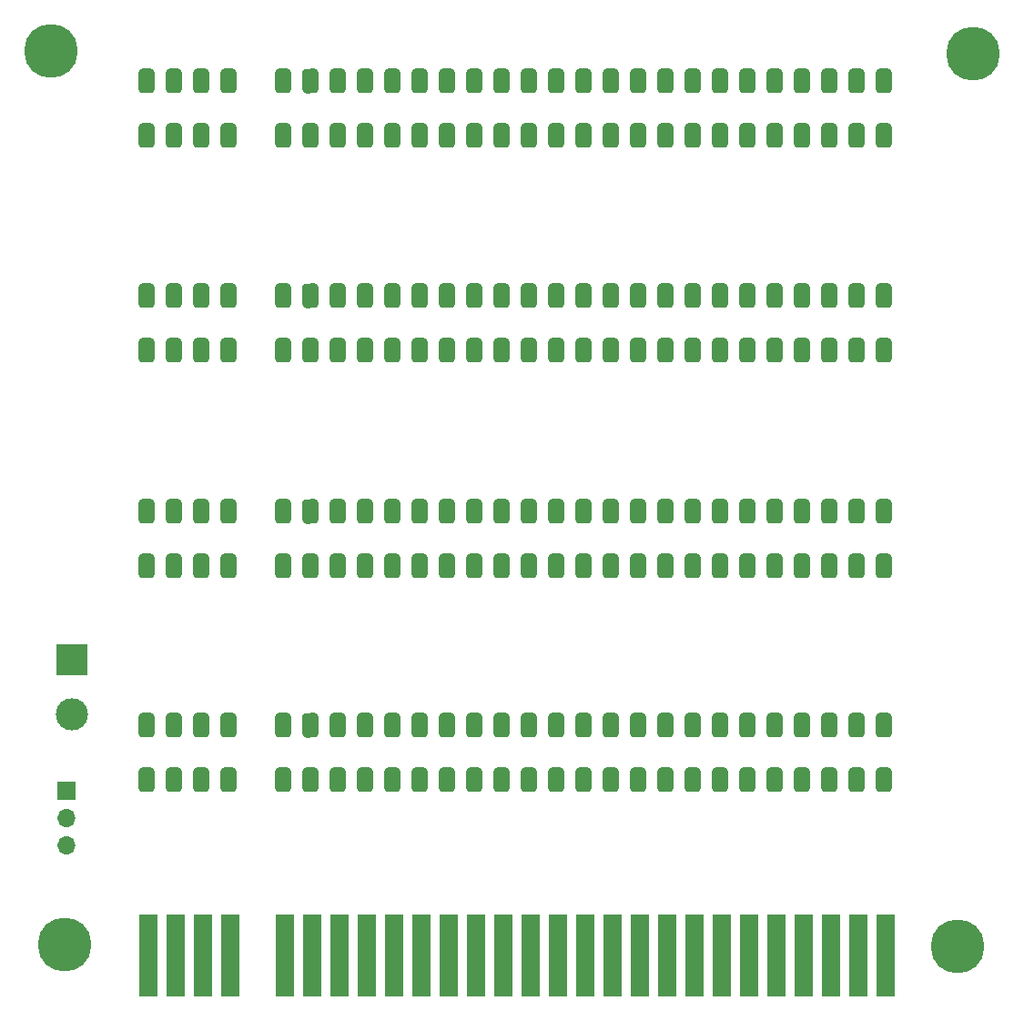
<source format=gbr>
%TF.GenerationSoftware,KiCad,Pcbnew,6.0.2+dfsg-1*%
%TF.CreationDate,2022-05-26T14:47:14+01:00*%
%TF.ProjectId,Backplane,4261636b-706c-4616-9e65-2e6b69636164,1*%
%TF.SameCoordinates,Original*%
%TF.FileFunction,Soldermask,Top*%
%TF.FilePolarity,Negative*%
%FSLAX46Y46*%
G04 Gerber Fmt 4.6, Leading zero omitted, Abs format (unit mm)*
G04 Created by KiCad (PCBNEW 6.0.2+dfsg-1) date 2022-05-26 14:47:14*
%MOMM*%
%LPD*%
G01*
G04 APERTURE LIST*
G04 Aperture macros list*
%AMRoundRect*
0 Rectangle with rounded corners*
0 $1 Rounding radius*
0 $2 $3 $4 $5 $6 $7 $8 $9 X,Y pos of 4 corners*
0 Add a 4 corners polygon primitive as box body*
4,1,4,$2,$3,$4,$5,$6,$7,$8,$9,$2,$3,0*
0 Add four circle primitives for the rounded corners*
1,1,$1+$1,$2,$3*
1,1,$1+$1,$4,$5*
1,1,$1+$1,$6,$7*
1,1,$1+$1,$8,$9*
0 Add four rect primitives between the rounded corners*
20,1,$1+$1,$2,$3,$4,$5,0*
20,1,$1+$1,$4,$5,$6,$7,0*
20,1,$1+$1,$6,$7,$8,$9,0*
20,1,$1+$1,$8,$9,$2,$3,0*%
G04 Aperture macros list end*
%ADD10R,1.780000X7.620000*%
%ADD11RoundRect,0.381000X0.381000X-0.762000X0.381000X0.762000X-0.381000X0.762000X-0.381000X-0.762000X0*%
%ADD12RoundRect,0.381000X-0.381000X0.762000X-0.381000X-0.762000X0.381000X-0.762000X0.381000X0.762000X0*%
%ADD13RoundRect,0.381000X0.394241X-0.755235X0.367643X0.768533X-0.394241X0.755235X-0.367643X-0.768533X0*%
%ADD14C,5.000000*%
%ADD15R,1.700000X1.700000*%
%ADD16O,1.700000X1.700000*%
%ADD17R,3.000000X3.000000*%
%ADD18C,3.000000*%
G04 APERTURE END LIST*
D10*
%TO.C,U1*%
X152654000Y-146431000D03*
X155194000Y-146431000D03*
X157734000Y-146431000D03*
X160274000Y-146431000D03*
X165354000Y-146431000D03*
X167894000Y-146431000D03*
X170434000Y-146431000D03*
X172974000Y-146431000D03*
X175514000Y-146431000D03*
X178054000Y-146431000D03*
X180594000Y-146431000D03*
X183134000Y-146431000D03*
X185674000Y-146431000D03*
X188214000Y-146431000D03*
X190754000Y-146431000D03*
X193294000Y-146431000D03*
X195834000Y-146431000D03*
X198374000Y-146431000D03*
X200914000Y-146431000D03*
X203454000Y-146431000D03*
X205994000Y-146431000D03*
X208534000Y-146431000D03*
X211074000Y-146431000D03*
X213614000Y-146431000D03*
X216154000Y-146431000D03*
X218694000Y-146431000D03*
X221234000Y-146431000D03*
%TD*%
D11*
%TO.C,U2*%
X152501600Y-130102067D03*
D12*
X155041600Y-130102067D03*
D11*
X157581600Y-130102067D03*
X160121600Y-130102067D03*
X165201600Y-130102067D03*
X167741600Y-130102067D03*
X170281600Y-130102067D03*
X172821600Y-130102067D03*
X175361600Y-130102067D03*
X177901600Y-130102067D03*
X180441600Y-130102067D03*
X182981600Y-130102067D03*
X185521600Y-130102067D03*
X188061600Y-130102067D03*
X190601600Y-130102067D03*
X193141600Y-130102067D03*
X195681600Y-130102067D03*
X198221600Y-130102067D03*
X200761600Y-130102067D03*
X203301600Y-130102067D03*
X205841600Y-130102067D03*
X208381600Y-130102067D03*
X210921600Y-130102067D03*
X213461600Y-130102067D03*
X216001600Y-130102067D03*
X218541600Y-130102067D03*
X221081600Y-130102067D03*
X152501600Y-125022067D03*
X155041600Y-125022067D03*
X157581600Y-125022067D03*
X160121600Y-125022067D03*
X165201600Y-125022067D03*
D13*
X167741600Y-125022067D03*
D11*
X170281600Y-125022067D03*
X172821600Y-125022067D03*
X175361600Y-125022067D03*
X177901600Y-125022067D03*
X180441600Y-125022067D03*
X182981600Y-125022067D03*
X185521600Y-125022067D03*
X188061600Y-125022067D03*
X190601600Y-125022067D03*
X193141600Y-125022067D03*
X195681600Y-125022067D03*
X198221600Y-125022067D03*
X200761600Y-125022067D03*
X203301600Y-125022067D03*
X205841600Y-125022067D03*
X208381600Y-125022067D03*
X210921600Y-125022067D03*
X213461600Y-125022067D03*
X216001600Y-125022067D03*
X218541600Y-125022067D03*
X221081600Y-125022067D03*
%TD*%
%TO.C,U5*%
X152501600Y-70104000D03*
D12*
X155041600Y-70104000D03*
D11*
X157581600Y-70104000D03*
X160121600Y-70104000D03*
X165201600Y-70104000D03*
X167741600Y-70104000D03*
X170281600Y-70104000D03*
X172821600Y-70104000D03*
X175361600Y-70104000D03*
X177901600Y-70104000D03*
X180441600Y-70104000D03*
X182981600Y-70104000D03*
X185521600Y-70104000D03*
X188061600Y-70104000D03*
X190601600Y-70104000D03*
X193141600Y-70104000D03*
X195681600Y-70104000D03*
X198221600Y-70104000D03*
X200761600Y-70104000D03*
X203301600Y-70104000D03*
X205841600Y-70104000D03*
X208381600Y-70104000D03*
X210921600Y-70104000D03*
X213461600Y-70104000D03*
X216001600Y-70104000D03*
X218541600Y-70104000D03*
X221081600Y-70104000D03*
X152501600Y-65024000D03*
X155041600Y-65024000D03*
X157581600Y-65024000D03*
X160121600Y-65024000D03*
X165201600Y-65024000D03*
D13*
X167741600Y-65024000D03*
D11*
X170281600Y-65024000D03*
X172821600Y-65024000D03*
X175361600Y-65024000D03*
X177901600Y-65024000D03*
X180441600Y-65024000D03*
X182981600Y-65024000D03*
X185521600Y-65024000D03*
X188061600Y-65024000D03*
X190601600Y-65024000D03*
X193141600Y-65024000D03*
X195681600Y-65024000D03*
X198221600Y-65024000D03*
X200761600Y-65024000D03*
X203301600Y-65024000D03*
X205841600Y-65024000D03*
X208381600Y-65024000D03*
X210921600Y-65024000D03*
X213461600Y-65024000D03*
X216001600Y-65024000D03*
X218541600Y-65024000D03*
X221081600Y-65024000D03*
%TD*%
D14*
%TO.C,H2*%
X227965000Y-145542000D03*
%TD*%
%TO.C,H4*%
X229362000Y-62534800D03*
%TD*%
%TO.C,H1*%
X143662400Y-62230000D03*
%TD*%
D15*
%TO.C,J2*%
X145034000Y-131064000D03*
D16*
X145034000Y-133604000D03*
X145034000Y-136144000D03*
%TD*%
D17*
%TO.C,J1*%
X145542000Y-118872000D03*
D18*
X145542000Y-123952000D03*
%TD*%
D11*
%TO.C,U3*%
X152501600Y-110134400D03*
D12*
X155041600Y-110134400D03*
D11*
X157581600Y-110134400D03*
X160121600Y-110134400D03*
X165201600Y-110134400D03*
X167741600Y-110134400D03*
X170281600Y-110134400D03*
X172821600Y-110134400D03*
X175361600Y-110134400D03*
X177901600Y-110134400D03*
X180441600Y-110134400D03*
X182981600Y-110134400D03*
X185521600Y-110134400D03*
X188061600Y-110134400D03*
X190601600Y-110134400D03*
X193141600Y-110134400D03*
X195681600Y-110134400D03*
X198221600Y-110134400D03*
X200761600Y-110134400D03*
X203301600Y-110134400D03*
X205841600Y-110134400D03*
X208381600Y-110134400D03*
X210921600Y-110134400D03*
X213461600Y-110134400D03*
X216001600Y-110134400D03*
X218541600Y-110134400D03*
X221081600Y-110134400D03*
X152501600Y-105054400D03*
X155041600Y-105054400D03*
X157581600Y-105054400D03*
X160121600Y-105054400D03*
X165201600Y-105054400D03*
D13*
X167741600Y-105054400D03*
D11*
X170281600Y-105054400D03*
X172821600Y-105054400D03*
X175361600Y-105054400D03*
X177901600Y-105054400D03*
X180441600Y-105054400D03*
X182981600Y-105054400D03*
X185521600Y-105054400D03*
X188061600Y-105054400D03*
X190601600Y-105054400D03*
X193141600Y-105054400D03*
X195681600Y-105054400D03*
X198221600Y-105054400D03*
X200761600Y-105054400D03*
X203301600Y-105054400D03*
X205841600Y-105054400D03*
X208381600Y-105054400D03*
X210921600Y-105054400D03*
X213461600Y-105054400D03*
X216001600Y-105054400D03*
X218541600Y-105054400D03*
X221081600Y-105054400D03*
%TD*%
D14*
%TO.C,H3*%
X144907000Y-145415000D03*
%TD*%
D11*
%TO.C,U4*%
X152501600Y-90119200D03*
D12*
X155041600Y-90119200D03*
D11*
X157581600Y-90119200D03*
X160121600Y-90119200D03*
X165201600Y-90119200D03*
X167741600Y-90119200D03*
X170281600Y-90119200D03*
X172821600Y-90119200D03*
X175361600Y-90119200D03*
X177901600Y-90119200D03*
X180441600Y-90119200D03*
X182981600Y-90119200D03*
X185521600Y-90119200D03*
X188061600Y-90119200D03*
X190601600Y-90119200D03*
X193141600Y-90119200D03*
X195681600Y-90119200D03*
X198221600Y-90119200D03*
X200761600Y-90119200D03*
X203301600Y-90119200D03*
X205841600Y-90119200D03*
X208381600Y-90119200D03*
X210921600Y-90119200D03*
X213461600Y-90119200D03*
X216001600Y-90119200D03*
X218541600Y-90119200D03*
X221081600Y-90119200D03*
X152501600Y-85039200D03*
X155041600Y-85039200D03*
X157581600Y-85039200D03*
X160121600Y-85039200D03*
X165201600Y-85039200D03*
D13*
X167741600Y-85039200D03*
D11*
X170281600Y-85039200D03*
X172821600Y-85039200D03*
X175361600Y-85039200D03*
X177901600Y-85039200D03*
X180441600Y-85039200D03*
X182981600Y-85039200D03*
X185521600Y-85039200D03*
X188061600Y-85039200D03*
X190601600Y-85039200D03*
X193141600Y-85039200D03*
X195681600Y-85039200D03*
X198221600Y-85039200D03*
X200761600Y-85039200D03*
X203301600Y-85039200D03*
X205841600Y-85039200D03*
X208381600Y-85039200D03*
X210921600Y-85039200D03*
X213461600Y-85039200D03*
X216001600Y-85039200D03*
X218541600Y-85039200D03*
X221081600Y-85039200D03*
%TD*%
M02*

</source>
